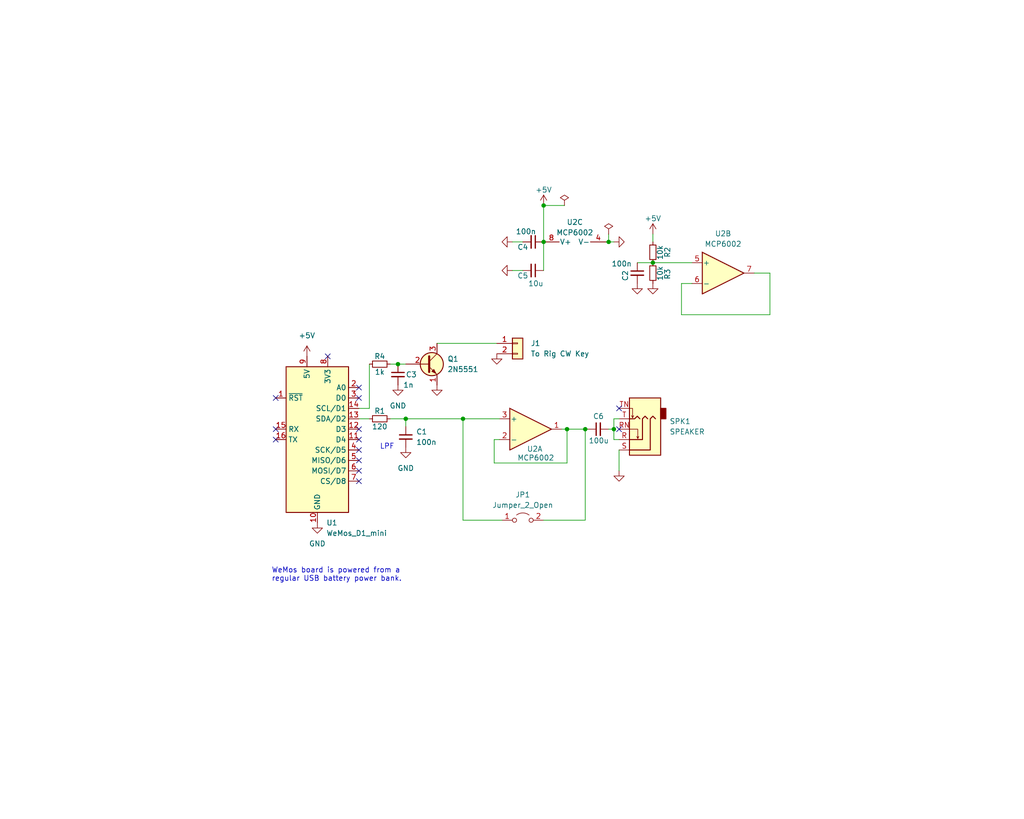
<source format=kicad_sch>
(kicad_sch (version 20230121) (generator eeschema)
  (paper "User" 250.012 200)
  (title_block (title "WiFi Combo CW Keyer") (date "2024-01-20") (rev "0.01"))
  (lib_symbols
    (symbol "Amplifier_Operational:MCP6022" (pin_names (offset 0.127))
      (property "Reference" "U" (at 0 5.08 0))
      (property "Value" "MCP6022" (at 0 -5.08 0))
      (symbol "MCP6022_1_1"
        (polyline (pts (xy -5.08 5.08) (xy 5.08 0) (xy -5.08 -5.08) (xy -5.08 5.08)) (stroke (width 0.254)) (fill (type background)))
        (pin output line (at 7.62 0 180) (length 2.54) (name "~") (number "1"))
        (pin input line (at -7.62 -2.54 0) (length 2.54) (name "-") (number "2"))
        (pin input line (at -7.62 2.54 0) (length 2.54) (name "+") (number "3"))
      )
      (symbol "MCP6022_2_1"
        (polyline (pts (xy -5.08 5.08) (xy 5.08 0) (xy -5.08 -5.08) (xy -5.08 5.08)) (stroke (width 0.254)) (fill (type background)))
        (pin input line (at -7.62 2.54 0) (length 2.54) (name "+") (number "5"))
        (pin input line (at -7.62 -2.54 0) (length 2.54) (name "-") (number "6"))
        (pin output line (at 7.62 0 180) (length 2.54) (name "~") (number "7"))
      )
      (symbol "MCP6022_3_1"
        (pin power_in line (at -2.54 -7.62 90) (length 3.81) (name "V-") (number "4"))
        (pin power_in line (at -2.54 7.62 270) (length 3.81) (name "V+") (number "8"))
      )
    )
    (symbol "Connector_Audio:AudioJack3_SwitchTR"
      (property "Reference" "J" (at 0 8.89 0))
      (property "Value" "AudioJack3_SwitchTR" (at 0 6.35 0))
      (symbol "AudioJack3_SwitchTR_0_1"
        (rectangle (start -5.08 -5.08) (end -6.35 -7.62) (stroke (width 0.254)) (fill (type outline)))
        (polyline (pts (xy 0.508 -0.254) (xy 0.762 -0.762)))
        (polyline (pts (xy 1.778 -5.334) (xy 2.032 -5.842)))
        (polyline (pts (xy 0 -5.08) (xy 0.635 -5.715) (xy 1.27 -5.08) (xy 2.54 -5.08)) (stroke (width 0.254)))
        (polyline (pts (xy 2.54 -7.62) (xy 1.778 -7.62) (xy 1.778 -5.334) (xy 1.524 -5.842)))
        (polyline (pts (xy 2.54 -2.54) (xy 0.508 -2.54) (xy 0.508 -0.254) (xy 0.254 -0.762)))
        (polyline (pts (xy -1.905 -5.08) (xy -1.27 -5.715) (xy -0.635 -5.08) (xy -0.635 0) (xy 2.54 0)) (stroke (width 0.254)))
        (polyline (pts (xy 2.54 2.54) (xy -2.54 2.54) (xy -2.54 -5.08) (xy -3.175 -5.715) (xy -3.81 -5.08)) (stroke (width 0.254)))
        (rectangle (start 2.54 3.81) (end -5.08 -10.16) (stroke (width 0.254)) (fill (type background)))
      )
      (symbol "AudioJack3_SwitchTR_1_1"
        (pin passive line (at 5.08 0 180) (length 2.54) (name "~") (number "R"))
        (pin passive line (at 5.08 -2.54 180) (length 2.54) (name "~") (number "RN"))
        (pin passive line (at 5.08 2.54 180) (length 2.54) (name "~") (number "S"))
        (pin passive line (at 5.08 -5.08 180) (length 2.54) (name "~") (number "T"))
        (pin passive line (at 5.08 -7.62 180) (length 2.54) (name "~") (number "TN"))
      )
    )
    (symbol "Connector_Generic:Conn_01x02" (pin_names (offset 1.016) hide)
      (property "Reference" "J" (at 0 2.54 0))
      (property "Value" "Conn_01x02" (at 0 -5.08 0))
      (symbol "Conn_01x02_1_1"
        (rectangle (start -1.27 -2.413) (end 0 -2.667) (stroke (width 0.1524)))
        (rectangle (start -1.27 0.127) (end 0 -0.127) (stroke (width 0.1524)))
        (rectangle (start -1.27 1.27) (end 1.27 -3.81) (stroke (width 0.254)) (fill (type background)))
        (pin passive line (at -5.08 0 0) (length 3.81) (name "Pin_1") (number "1"))
        (pin passive line (at -5.08 -2.54 0) (length 3.81) (name "Pin_2") (number "2"))
      )
    )
    (symbol "Device:C_Small" (pin_numbers hide) (pin_names (offset 0.254) hide)
      (property "Reference" "C" (at 0.254 1.778 0))
      (property "Value" "C_Small" (at 0.254 -2.032 0))
      (symbol "C_Small_0_1"
        (polyline (pts (xy -1.524 -0.508) (xy 1.524 -0.508)) (stroke (width 0.3302)))
        (polyline (pts (xy -1.524 0.508) (xy 1.524 0.508)) (stroke (width 0.3048)))
      )
      (symbol "C_Small_1_1"
        (pin passive line (at 0 2.54 270) (length 2.032) (name "~") (number "1"))
        (pin passive line (at 0 -2.54 90) (length 2.032) (name "~") (number "2"))
      )
    )
    (symbol "Device:R_Small" (pin_numbers hide) (pin_names (offset 0.254) hide)
      (property "Reference" "R" (at 0.762 0.508 0))
      (property "Value" "R_Small" (at 0.762 -1.016 0))
      (symbol "R_Small_0_1"
        (rectangle (start -0.762 1.778) (end 0.762 -1.778) (stroke (width 0.2032)))
      )
      (symbol "R_Small_1_1"
        (pin passive line (at 0 2.54 270) (length 0.762) (name "~") (number "1"))
        (pin passive line (at 0 -2.54 90) (length 0.762) (name "~") (number "2"))
      )
    )
    (symbol "Jumper:Jumper_2_Open" (pin_names (offset 0) hide)
      (property "Reference" "JP" (at 0 2.794 0))
      (property "Value" "Jumper_2_Open" (at 0 -2.286 0))
      (symbol "Jumper_2_Open_0_0"
        (circle (center -2.032 0) (radius 0.508))
        (circle (center 2.032 0) (radius 0.508))
      )
      (symbol "Jumper_2_Open_0_1"
        (arc (start 1.524 1.27) (mid 0 1.778) (end -1.524 1.27))
      )
      (symbol "Jumper_2_Open_1_1"
        (pin passive line (at -5.08 0 0) (length 2.54) (name "A") (number "1"))
        (pin passive line (at 5.08 0 180) (length 2.54) (name "B") (number "2"))
      )
    )
    (symbol "MCU_Module:WeMos_D1_mini"
      (property "Reference" "U" (at 3.81 19.05 0))
      (property "Value" "WeMos_D1_mini" (at 1.27 -19.05 0))
      (symbol "WeMos_D1_mini_1_1"
        (rectangle (start -7.62 17.78) (end 7.62 -17.78) (stroke (width 0.254)) (fill (type background)))
        (pin input line (at -10.16 10.16 0) (length 2.54) (name "~{RST}") (number "1"))
        (pin power_in line (at 0 -20.32 90) (length 2.54) (name "GND") (number "10"))
        (pin bidirectional line (at 10.16 0 180) (length 2.54) (name "D4") (number "11"))
        (pin bidirectional line (at 10.16 2.54 180) (length 2.54) (name "D3") (number "12"))
        (pin bidirectional line (at 10.16 5.08 180) (length 2.54) (name "SDA/D2") (number "13"))
        (pin bidirectional line (at 10.16 7.62 180) (length 2.54) (name "SCL/D1") (number "14"))
        (pin input line (at -10.16 2.54 0) (length 2.54) (name "RX") (number "15"))
        (pin output line (at -10.16 0 0) (length 2.54) (name "TX") (number "16"))
        (pin input line (at 10.16 12.7 180) (length 2.54) (name "A0") (number "2"))
        (pin bidirectional line (at 10.16 10.16 180) (length 2.54) (name "D0") (number "3"))
        (pin bidirectional line (at 10.16 -2.54 180) (length 2.54) (name "SCK/D5") (number "4"))
        (pin bidirectional line (at 10.16 -5.08 180) (length 2.54) (name "MISO/D6") (number "5"))
        (pin bidirectional line (at 10.16 -7.62 180) (length 2.54) (name "MOSI/D7") (number "6"))
        (pin bidirectional line (at 10.16 -10.16 180) (length 2.54) (name "CS/D8") (number "7"))
        (pin power_out line (at 2.54 20.32 270) (length 2.54) (name "3V3") (number "8"))
        (pin power_in line (at -2.54 20.32 270) (length 2.54) (name "5V") (number "9"))
      )
    )
    (symbol "PCM_Transistor_BJT_AKL:2N5551" (pin_names hide)
      (property "Reference" "Q" (at 5.08 1.27 0))
      (property "Value" "2N5551" (at 5.08 -1.27 0))
      (symbol "2N5551_0_1"
        (polyline (pts (xy 0.635 0.635) (xy 2.54 2.54)))
        (polyline (pts (xy 0.635 -0.635) (xy 2.54 -2.54) (xy 2.54 -2.54)))
        (polyline (pts (xy 0.635 1.905) (xy 0.635 -1.905) (xy 0.635 -1.905)) (stroke (width 0.508)))
        (polyline (pts (xy 1.27 -1.778) (xy 1.778 -1.27) (xy 2.286 -2.286) (xy 1.27 -1.778) (xy 1.27 -1.778)) (fill (type outline)))
        (circle (center 1.27 0) (radius 2.8194) (stroke (width 0.254)) (fill (type background)))
      )
      (symbol "2N5551_1_1"
        (pin passive line (at 2.54 -5.08 90) (length 2.54) (name "E") (number "1"))
        (pin passive line (at -5.08 0 0) (length 5.715) (name "B") (number "2"))
        (pin passive line (at 2.54 5.08 270) (length 2.54) (name "C") (number "3"))
      )
    )
    (symbol "power:+5V" (power) (pin_names (offset 0))
      (property "Value" "+5V" (at 0 3.556 0))
      (symbol "+5V_0_1"
        (polyline (pts (xy -0.762 1.27) (xy 0 2.54)))
        (polyline (pts (xy 0 0) (xy 0 2.54)))
        (polyline (pts (xy 0 2.54) (xy 0.762 1.27)))
      )
      (symbol "+5V_1_1"
        (pin power_in line (at 0 0 90) (length 0) hide (name "+5V") (number "1"))
      )
    )
    (symbol "power:GND" (power) (pin_names (offset 0))
      (property "Value" "GND" (at 0 -3.81 0))
      (symbol "GND_0_1"
        (polyline (pts (xy 0 0) (xy 0 -1.27) (xy 1.27 -1.27) (xy 0 -2.54) (xy -1.27 -1.27) (xy 0 -1.27)))
      )
      (symbol "GND_1_1"
        (pin power_in line (at 0 0 270) (length 0) hide (name "GND") (number "1"))
      )
    )
    (symbol "power:PWR_FLAG" (power) (pin_numbers hide) (pin_names (offset 0) hide)
      (property "Value" "PWR_FLAG" (at 0 3.81 0))
      (symbol "PWR_FLAG_0_0"
        (pin power_out line (at 0 0 90) (length 0) (name "pwr") (number "1"))
      )
      (symbol "PWR_FLAG_0_1"
        (polyline (pts (xy 0 0) (xy 0 1.27) (xy -1.016 1.905) (xy 0 2.54) (xy 1.016 1.905) (xy 0 1.27)))
      )
    )
  )
  (junction (at 149.86 104.775))
  (junction (at 99.06 102.235))
  (junction (at 142.875 104.775))
  (junction (at 132.715 59.055))
  (junction (at 138.43 104.775))
  (junction (at 113.03 102.235))
  (junction (at 148.59 59.055))
  (junction (at 159.385 64.135))
  (junction (at 132.715 50.165))
  (junction (at 97.155 88.9))
  (no_connect (at 67.31 107.315))
  (no_connect (at 87.63 117.475))
  (no_connect (at 87.63 112.395))
  (no_connect (at 67.31 104.775))
  (no_connect (at 87.63 114.935))
  (no_connect (at 80.01 86.995))
  (no_connect (at 151.13 99.695))
  (no_connect (at 87.63 97.155))
  (no_connect (at 67.31 97.155))
  (no_connect (at 87.63 109.855))
  (no_connect (at 87.63 104.775))
  (no_connect (at 87.63 94.615))
  (no_connect (at 151.13 104.775))
  (no_connect (at 87.63 107.315))
  (wire (pts (xy 113.03 127) (xy 122.555 127)))
  (wire (pts (xy 159.385 57.15) (xy 159.385 59.055)))
  (wire (pts (xy 166.37 69.215) (xy 166.37 76.835)))
  (wire (pts (xy 99.06 102.235) (xy 113.03 102.235)))
  (wire (pts (xy 138.43 104.775) (xy 138.43 113.03)))
  (wire (pts (xy 132.715 50.165) (xy 132.715 59.055)))
  (wire (pts (xy 138.43 104.775) (xy 142.875 104.775)))
  (wire (pts (xy 97.155 88.9) (xy 99.06 88.9)))
  (wire (pts (xy 142.875 127) (xy 142.875 104.775)))
  (wire (pts (xy 148.59 59.055) (xy 149.86 59.055)))
  (wire (pts (xy 148.59 104.775) (xy 149.86 104.775)))
  (wire (pts (xy 127.635 59.055) (xy 125.095 59.055)))
  (wire (pts (xy 132.715 50.165) (xy 137.795 50.165)))
  (wire (pts (xy 95.25 88.9) (xy 97.155 88.9)))
  (wire (pts (xy 159.385 64.135) (xy 168.91 64.135)))
  (wire (pts (xy 120.65 113.03) (xy 138.43 113.03)))
  (wire (pts (xy 149.86 104.775) (xy 149.86 102.235)))
  (wire (pts (xy 149.86 102.235) (xy 151.13 102.235)))
  (wire (pts (xy 95.25 102.235) (xy 99.06 102.235)))
  (wire (pts (xy 127.635 66.04) (xy 125.095 66.04)))
  (wire (pts (xy 187.96 66.675) (xy 187.96 76.835)))
  (wire (pts (xy 155.575 64.135) (xy 159.385 64.135)))
  (wire (pts (xy 142.875 104.775) (xy 143.51 104.775)))
  (wire (pts (xy 90.17 88.9) (xy 90.17 99.695)))
  (wire (pts (xy 87.63 99.695) (xy 90.17 99.695)))
  (wire (pts (xy 151.13 107.315) (xy 149.86 107.315)))
  (wire (pts (xy 151.13 109.855) (xy 151.13 114.935)))
  (wire (pts (xy 168.91 69.215) (xy 166.37 69.215)))
  (wire (pts (xy 132.715 127) (xy 142.875 127)))
  (wire (pts (xy 120.65 107.315) (xy 120.65 113.03)))
  (wire (pts (xy 106.68 83.82) (xy 121.285 83.82)))
  (wire (pts (xy 99.06 102.235) (xy 99.06 104.14)))
  (wire (pts (xy 113.03 102.235) (xy 121.92 102.235)))
  (wire (pts (xy 184.15 66.675) (xy 187.96 66.675)))
  (wire (pts (xy 149.86 107.315) (xy 149.86 104.775)))
  (wire (pts (xy 113.03 102.235) (xy 113.03 127)))
  (wire (pts (xy 148.59 57.15) (xy 148.59 59.055)))
  (wire (pts (xy 137.16 104.775) (xy 138.43 104.775)))
  (wire (pts (xy 147.955 59.055) (xy 148.59 59.055)))
  (wire (pts (xy 132.715 59.055) (xy 132.715 66.04)))
  (wire (pts (xy 166.37 76.835) (xy 187.96 76.835)))
  (wire (pts (xy 120.65 107.315) (xy 121.92 107.315)))
  (wire (pts (xy 87.63 102.235) (xy 90.17 102.235)))
  (text "WeMos board is powered from a \nregular USB battery power bank." (at 66.294 142.113 0) (effects (font (size 1.27 1.27)) (justify left bottom)))
  (text "LPF" (at 92.71 109.855 0) (effects (font (size 1.27 1.27)) (justify left bottom)))
  (symbol (lib_id "Amplifier_Operational:MCP6022") (at 176.53 66.675 0) (unit 2)
    (property "Reference" "U2" (at 176.53 57.023 0))
    (property "Value" "MCP6002" (at 176.53 59.563 0))
    (property "Footprint" "Package_DIP:DIP-8_W7.62mm" (effects hide))
    (property "Datasheet" "https://www.microchip.com/en-us/product/mcp6002" (effects hide))
    (property "Source" "Mouser / DigiKey / Semikart" (effects hide))
  )
  (symbol (lib_id "power:GND") (at 125.095 66.04 270) (unit 1)
    (property "Reference" "#PWR08" (effects hide))
    (property "Value" "GND" (effects hide))
  )
  (symbol (lib_id "power:GND") (at 121.285 86.36 0) (unit 1)
    (property "Reference" "#PWR014" (effects hide))
    (property "Value" "GND" (effects hide))
  )
  (symbol (lib_id "power:PWR_FLAG") (at 137.795 50.165 0) (unit 1)
    (property "Reference" "#FLG01" (effects hide))
    (property "Value" "PWR_FLAG" (effects hide))
  )
  (symbol (lib_id "power:GND") (at 97.155 93.98 0) (unit 1)
    (property "Reference" "#PWR013" (effects hide))
    (property "Value" "GND" (at 97.155 99.06 0))
  )
  (symbol (lib_id "Device:R_Small") (at 159.385 61.595 0) (unit 1)
    (property "Reference" "R2" (at 162.941 61.595 90))
    (property "Value" "10k" (at 161.1376 61.6458 90))
    (property "Footprint" "Resistor_SMD:R_1206_3216Metric_Pad1.30x1.75mm_HandSolder" (effects hide))
    (property "Source" "LCSC" (effects hide))
  )
  (symbol (lib_id "power:GND") (at 151.13 114.935 0) (mirror y) (unit 1)
    (property "Reference" "#PWR011" (effects hide))
    (property "Value" "GNDPWR" (effects hide))
  )
  (symbol (lib_id "MCU_Module:WeMos_D1_mini") (at 77.47 107.315 0) (unit 1)
    (property "Reference" "U1" (at 79.6641 127.635 0) (effects (justify left)))
    (property "Value" "WeMos_D1_mini" (at 79.6641 130.175 0) (effects (justify left)))
    (property "Footprint" "Module:WEMOS_D1_mini_light" (effects hide))
    (property "Datasheet" "https://wiki.wemos.cc/products:d1:d1_mini#documentation" (effects hide))
  )
  (symbol (lib_id "Device:C_Small") (at 155.575 66.675 0) (unit 1)
    (property "Reference" "C2" (at 152.654 67.31 90))
    (property "Value" "100n" (at 151.765 64.389 0))
    (property "Footprint" "Capacitor_SMD:C_1206_3216Metric_Pad1.33x1.80mm_HandSolder" (effects hide))
    (property "Source" "LCSC" (effects hide))
  )
  (symbol (lib_id "Amplifier_Operational:MCP6022") (at 140.335 56.515 90) (unit 3)
    (property "Reference" "U2" (at 140.335 54.229 90))
    (property "Value" "MCP6002" (at 140.335 56.769 90))
    (property "Footprint" "Package_DIP:DIP-8_W7.62mm" (effects hide))
    (property "Datasheet" "https://www.microchip.com/en-us/product/mcp6002" (effects hide))
    (property "Source" "Mouser / DigiKey / Semikart" (effects hide))
  )
  (symbol (lib_id "Device:C_Small") (at 130.175 66.04 270) (unit 1)
    (property "Reference" "C5" (at 127.635 67.31 90))
    (property "Value" "10u" (at 130.81 69.215 90))
    (property "Footprint" "Capacitor_SMD:C_1206_3216Metric_Pad1.33x1.80mm_HandSolder" (effects hide))
    (property "Source" "LCSC" (effects hide))
  )
  (symbol (lib_id "Device:C_Small") (at 130.175 59.055 270) (unit 1)
    (property "Reference" "C4" (at 127.635 60.325 90))
    (property "Value" "100n" (at 128.397 56.515 90))
    (property "Footprint" "Capacitor_SMD:C_1206_3216Metric_Pad1.33x1.80mm_HandSolder" (effects hide))
    (property "Source" "LCSC" (effects hide))
  )
  (symbol (lib_id "Device:R_Small") (at 159.385 66.675 0) (unit 1)
    (property "Reference" "R3" (at 162.941 66.929 90))
    (property "Value" "10k" (at 161.1376 66.7258 90))
    (property "Footprint" "Resistor_SMD:R_1206_3216Metric_Pad1.30x1.75mm_HandSolder" (effects hide))
    (property "Source" "LCSC" (effects hide))
  )
  (symbol (lib_id "power:GND") (at 77.47 127.635 0) (unit 1)
    (property "Reference" "#PWR02" (effects hide))
    (property "Value" "GND" (at 77.47 132.715 0))
  )
  (symbol (lib_id "PCM_Transistor_BJT_AKL:2N5551") (at 104.14 88.9 0) (unit 1)
    (property "Reference" "Q1" (at 109.22 87.63 0) (effects (justify left)))
    (property "Value" "2N5551" (at 109.22 90.17 0) (effects (justify left)))
    (property "Footprint" "PCM_Package_TO_SOT_THT_AKL:TO-92_Wide_EBC" (effects hide))
    (property "Datasheet" "https://www.tme.eu/Document/c04b84e79b341e3feb7e04aed444ac37/2N5551.PDF" (effects hide))
  )
  (symbol (lib_id "Jumper:Jumper_2_Open") (at 127.635 127 0) (unit 1)
    (property "Reference" "JP1" (at 127.635 120.777 0))
    (property "Value" "Jumper_2_Open" (at 127.635 123.317 0))
  )
  (symbol (lib_id "power:+5V") (at 132.715 50.165 0) (unit 1)
    (property "Reference" "#PWR09" (effects hide))
    (property "Value" "+5V" (at 132.715 46.355 0))
  )
  (symbol (lib_id "Device:C_Small") (at 99.06 106.68 0) (unit 1)
    (property "Reference" "C1" (at 101.6 105.4163 0) (effects (justify left)))
    (property "Value" "100n" (at 101.6 107.9563 0) (effects (justify left)))
    (property "Footprint" "Capacitor_SMD:C_1206_3216Metric_Pad1.33x1.80mm_HandSolder" (effects hide))
  )
  (symbol (lib_id "power:+5V") (at 74.93 86.995 0) (unit 1)
    (property "Reference" "#PWR01" (effects hide))
    (property "Value" "+5V" (at 74.93 81.915 0))
  )
  (symbol (lib_id "power:GND") (at 149.86 59.055 90) (unit 1)
    (property "Reference" "#PWR010" (effects hide))
    (property "Value" "GND" (effects hide))
  )
  (symbol (lib_id "power:GND") (at 159.385 69.215 0) (unit 1)
    (property "Reference" "#PWR06" (effects hide))
    (property "Value" "GND" (effects hide))
  )
  (symbol (lib_id "power:GND") (at 155.575 69.215 0) (unit 1)
    (property "Reference" "#PWR04" (effects hide))
    (property "Value" "GND" (effects hide))
  )
  (symbol (lib_id "Device:C_Small") (at 146.05 104.775 90) (unit 1)
    (property "Reference" "C6" (at 146.1008 101.6254 90))
    (property "Value" "100u" (at 146.177 107.569 90))
    (property "Footprint" "Capacitor_SMD:C_1206_3216Metric_Pad1.33x1.80mm_HandSolder" (effects hide))
    (property "Source" "LCSC" (effects hide))
  )
  (symbol (lib_id "Connector_Generic:Conn_01x02") (at 126.365 83.82 0) (unit 1)
    (property "Reference" "J1" (at 129.54 83.82 0) (effects (justify left)))
    (property "Value" "To Rig CW Key" (at 129.54 86.36 0) (effects (justify left)))
    (property "Footprint" "Connector_PinHeader_2.54mm:PinHeader_1x02_P2.54mm_Vertical" (effects hide))
  )
  (symbol (lib_id "power:GND") (at 125.095 59.055 270) (unit 1)
    (property "Reference" "#PWR07" (effects hide))
    (property "Value" "GND" (effects hide))
  )
  (symbol (lib_id "Device:R_Small") (at 92.71 88.9 90) (unit 1)
    (property "Reference" "R4" (at 92.71 86.995 90))
    (property "Value" "1k" (at 92.71 90.805 90))
    (property "Footprint" "Resistor_SMD:R_1206_3216Metric_Pad1.30x1.75mm_HandSolder" (effects hide))
  )
  (symbol (lib_id "Connector_Audio:AudioJack3_SwitchTR") (at 156.21 107.315 180) (unit 1)
    (property "Reference" "SPK1" (at 163.449 102.8699 0) (effects (justify right)))
    (property "Value" "SPEAKER" (at 163.449 105.4099 0) (effects (justify right)))
    (property "Footprint" "footprints:PJ-307_Modded" (effects hide))
    (property "Datasheet" "https://cdn.hackaday.io/files/1813827760247488/JW-PJ-307-5_35mm-stereo-pcb-socket.pdf" (effects hide))
  )
  (symbol (lib_id "power:+5V") (at 159.385 57.15 0) (unit 1)
    (property "Reference" "#PWR05" (effects hide))
    (property "Value" "+5V" (at 159.385 53.34 0))
  )
  (symbol (lib_id "power:GND") (at 106.68 93.98 0) (unit 1)
    (property "Reference" "#PWR012" (effects hide))
    (property "Value" "GND" (effects hide))
  )
  (symbol (lib_id "Device:R_Small") (at 92.71 102.235 90) (unit 1)
    (property "Reference" "R1" (at 92.71 100.33 90))
    (property "Value" "120" (at 92.71 104.14 90))
    (property "Footprint" "Resistor_SMD:R_1206_3216Metric_Pad1.30x1.75mm_HandSolder" (effects hide))
  )
  (symbol (lib_id "Device:C_Small") (at 97.155 91.44 0) (unit 1)
    (property "Reference" "C3" (at 99.06 91.44 0) (effects (justify left)))
    (property "Value" "1n" (at 98.425 93.98 0) (effects (justify left)))
    (property "Footprint" "Capacitor_SMD:C_1206_3216Metric_Pad1.33x1.80mm_HandSolder" (effects hide))
  )
  (symbol (lib_id "Amplifier_Operational:MCP6022") (at 129.54 104.775 0) (unit 1)
    (property "Reference" "U2" (at 130.556 109.601 0))
    (property "Value" "MCP6002" (at 130.81 111.76 0))
    (property "Footprint" "Package_DIP:DIP-8_W7.62mm" (effects hide))
    (property "Datasheet" "https://www.microchip.com/en-us/product/mcp6002" (effects hide))
    (property "Source" "Mouser / DigiKey / Semikart" (effects hide))
  )
  (symbol (lib_id "power:PWR_FLAG") (at 148.59 57.15 0) (unit 1)
    (property "Reference" "#FLG02" (effects hide))
    (property "Value" "PWR_FLAG" (effects hide))
  )
  (symbol (lib_id "power:GND") (at 99.06 109.22 0) (unit 1)
    (property "Reference" "#PWR03" (effects hide))
    (property "Value" "GND" (at 99.06 114.3 0))
  )
)
</source>
